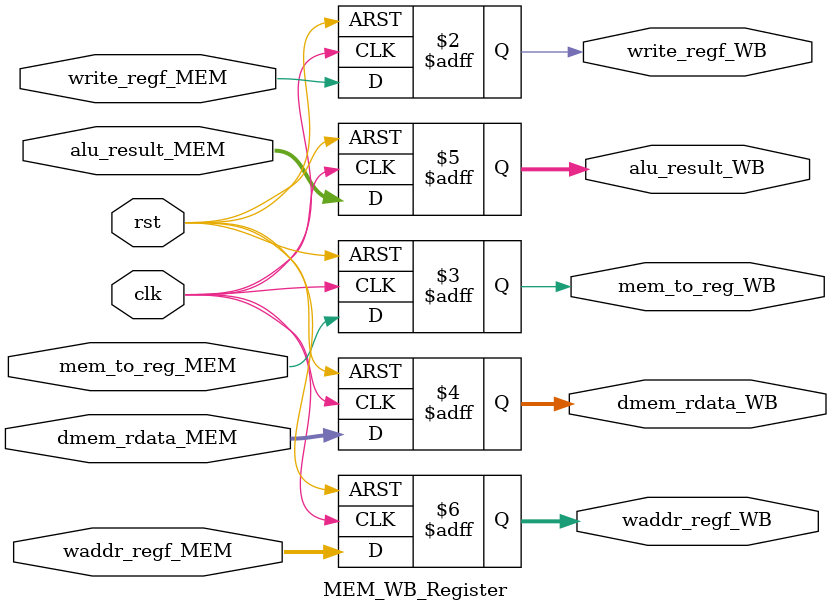
<source format=v>
`timescale 1ns / 1ps

module MEM_WB_Register(
    clk,
    rst,
    write_regf_MEM,
    mem_to_reg_MEM,
    
    write_regf_WB,
    mem_to_reg_WB,
    
    dmem_rdata_MEM,
    alu_result_MEM,
    waddr_regf_MEM,
    
    dmem_rdata_WB,
    alu_result_WB,
    waddr_regf_WB
    );
    
    input clk;
    input rst;
    input write_regf_MEM;
    input mem_to_reg_MEM;
    
    output reg write_regf_WB;
    output reg mem_to_reg_WB;
    
    input [31:0] dmem_rdata_MEM;
    input [31:0] alu_result_MEM;
    input [4:0] waddr_regf_MEM;
    
    output reg [31:0] dmem_rdata_WB;
    output reg [31:0] alu_result_WB;
    output reg [4:0] waddr_regf_WB;
    
    always @(posedge clk or posedge rst) begin
        if(rst) begin
            write_regf_WB <= 1'b0;
            mem_to_reg_WB <= 1'b0;
            
            dmem_rdata_WB <= 32'd0;
            alu_result_WB <= 32'd0;
            waddr_regf_WB <= 32'd0;
        end
        else begin 
            write_regf_WB <= write_regf_MEM;
            mem_to_reg_WB <= mem_to_reg_MEM;
            
            dmem_rdata_WB <= dmem_rdata_MEM;
            alu_result_WB <= alu_result_MEM;
            waddr_regf_WB <= waddr_regf_MEM;
        end
    end
    
endmodule

</source>
